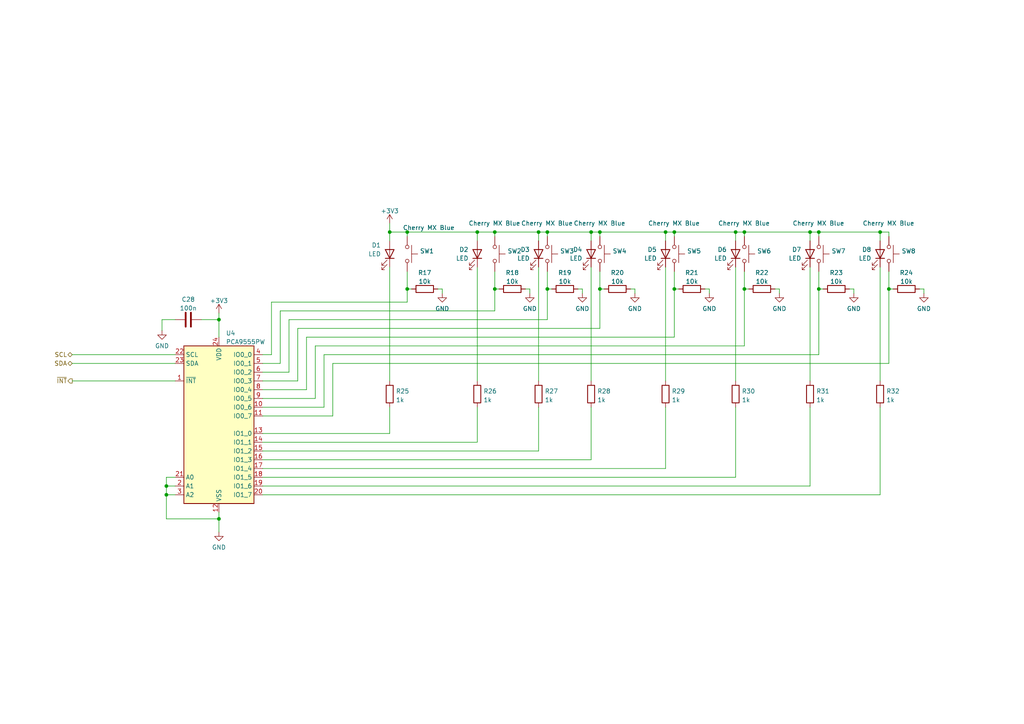
<source format=kicad_sch>
(kicad_sch (version 20211123) (generator eeschema)
  (paper "A4")
  (lib_symbols
    (symbol "Device:C" (pin_numbers hide) (pin_names (offset 0.254))
      (property "Reference" "C" (at 0.635 2.54 0))
      (property "Value" "C" (at 0.635 -2.54 0))
      (symbol "C_0_1"
        (polyline (pts (xy -2.032 -0.762) (xy 2.032 -0.762)) (stroke (width 0.508)))
        (polyline (pts (xy -2.032 0.762) (xy 2.032 0.762)) (stroke (width 0.508)))
      )
      (symbol "C_1_1"
        (pin passive line (at 0 3.81 270) (length 2.794) (name "~") (number "1"))
        (pin passive line (at 0 -3.81 90) (length 2.794) (name "~") (number "2"))
      )
    )
    (symbol "Device:LED" (pin_numbers hide) (pin_names (offset 1.016) hide)
      (property "Reference" "D" (at 0 2.54 0))
      (property "Value" "LED" (at 0 -2.54 0))
      (symbol "LED_0_1"
        (polyline (pts (xy -1.27 -1.27) (xy -1.27 1.27)) (stroke (width 0.254)))
        (polyline (pts (xy -1.27 0) (xy 1.27 0)))
        (polyline (pts (xy 1.27 -1.27) (xy 1.27 1.27) (xy -1.27 0) (xy 1.27 -1.27)) (stroke (width 0.254)))
        (polyline (pts (xy -3.048 -0.762) (xy -4.572 -2.286) (xy -3.81 -2.286) (xy -4.572 -2.286) (xy -4.572 -1.524)))
        (polyline (pts (xy -1.778 -0.762) (xy -3.302 -2.286) (xy -2.54 -2.286) (xy -3.302 -2.286) (xy -3.302 -1.524)))
      )
      (symbol "LED_1_1"
        (pin passive line (at -3.81 0 0) (length 2.54) (name "K") (number "1"))
        (pin passive line (at 3.81 0 180) (length 2.54) (name "A") (number "2"))
      )
    )
    (symbol "Device:R" (pin_numbers hide) (pin_names (offset 0))
      (property "Reference" "R" (at 2.032 0 90))
      (property "Value" "R" (at 0 0 90))
      (symbol "R_0_1"
        (rectangle (start -1.016 -2.54) (end 1.016 2.54) (stroke (width 0.254)))
      )
      (symbol "R_1_1"
        (pin passive line (at 0 3.81 270) (length 1.27) (name "~") (number "1"))
        (pin passive line (at 0 -3.81 90) (length 1.27) (name "~") (number "2"))
      )
    )
    (symbol "Interface_Expansion:PCA9555PW"
      (property "Reference" "U" (at -8.89 24.13 0))
      (property "Value" "PCA9555PW" (at 6.35 24.13 0))
      (symbol "PCA9555PW_0_1"
        (rectangle (start -10.16 22.86) (end 10.16 -22.86) (stroke (width 0.254)) (fill (type background)))
      )
      (symbol "PCA9555PW_1_1"
        (pin open_collector line (at -12.7 12.7 0) (length 2.54) (name "~{INT}") (number "1"))
        (pin bidirectional line (at 12.7 5.08 180) (length 2.54) (name "IO0_6") (number "10"))
        (pin bidirectional line (at 12.7 2.54 180) (length 2.54) (name "IO0_7") (number "11"))
        (pin power_in line (at 0 -25.4 90) (length 2.54) (name "VSS") (number "12"))
        (pin bidirectional line (at 12.7 -2.54 180) (length 2.54) (name "IO1_0") (number "13"))
        (pin bidirectional line (at 12.7 -5.08 180) (length 2.54) (name "IO1_1") (number "14"))
        (pin bidirectional line (at 12.7 -7.62 180) (length 2.54) (name "IO1_2") (number "15"))
        (pin bidirectional line (at 12.7 -10.16 180) (length 2.54) (name "IO1_3") (number "16"))
        (pin bidirectional line (at 12.7 -12.7 180) (length 2.54) (name "IO1_4") (number "17"))
        (pin bidirectional line (at 12.7 -15.24 180) (length 2.54) (name "IO1_5") (number "18"))
        (pin bidirectional line (at 12.7 -17.78 180) (length 2.54) (name "IO1_6") (number "19"))
        (pin input line (at -12.7 -17.78 0) (length 2.54) (name "A1") (number "2"))
        (pin bidirectional line (at 12.7 -20.32 180) (length 2.54) (name "IO1_7") (number "20"))
        (pin input line (at -12.7 -15.24 0) (length 2.54) (name "A0") (number "21"))
        (pin input line (at -12.7 20.32 0) (length 2.54) (name "SCL") (number "22"))
        (pin bidirectional line (at -12.7 17.78 0) (length 2.54) (name "SDA") (number "23"))
        (pin power_in line (at 0 25.4 270) (length 2.54) (name "VDD") (number "24"))
        (pin input line (at -12.7 -20.32 0) (length 2.54) (name "A2") (number "3"))
        (pin bidirectional line (at 12.7 20.32 180) (length 2.54) (name "IO0_0") (number "4"))
        (pin bidirectional line (at 12.7 17.78 180) (length 2.54) (name "IO0_1") (number "5"))
        (pin bidirectional line (at 12.7 15.24 180) (length 2.54) (name "IO0_2") (number "6"))
        (pin bidirectional line (at 12.7 12.7 180) (length 2.54) (name "IO0_3") (number "7"))
        (pin bidirectional line (at 12.7 10.16 180) (length 2.54) (name "IO0_4") (number "8"))
        (pin bidirectional line (at 12.7 7.62 180) (length 2.54) (name "IO0_5") (number "9"))
      )
    )
    (symbol "Switch:SW_Push" (pin_numbers hide) (pin_names (offset 1.016) hide)
      (property "Reference" "SW" (at 1.27 2.54 0))
      (property "Value" "SW_Push" (at 0 -1.524 0))
      (symbol "SW_Push_0_1"
        (circle (center -2.032 0) (radius 0.508))
        (polyline (pts (xy 0 1.27) (xy 0 3.048)))
        (polyline (pts (xy 2.54 1.27) (xy -2.54 1.27)))
        (circle (center 2.032 0) (radius 0.508))
        (pin passive line (at -5.08 0 0) (length 2.54) (name "1") (number "1"))
        (pin passive line (at 5.08 0 180) (length 2.54) (name "2") (number "2"))
      )
    )
    (symbol "power:+3V3" (power) (pin_names (offset 0))
      (property "Value" "+3V3" (at 0 3.556 0))
      (symbol "+3V3_0_1"
        (polyline (pts (xy -0.762 1.27) (xy 0 2.54)))
        (polyline (pts (xy 0 0) (xy 0 2.54)))
        (polyline (pts (xy 0 2.54) (xy 0.762 1.27)))
      )
      (symbol "+3V3_1_1"
        (pin power_in line (at 0 0 90) (length 0) hide (name "+3V3") (number "1"))
      )
    )
    (symbol "power:GND" (power) (pin_names (offset 0))
      (property "Value" "GND" (at 0 -3.81 0))
      (symbol "GND_0_1"
        (polyline (pts (xy 0 0) (xy 0 -1.27) (xy 1.27 -1.27) (xy 0 -2.54) (xy -1.27 -1.27) (xy 0 -1.27)))
      )
      (symbol "GND_1_1"
        (pin power_in line (at 0 0 270) (length 0) hide (name "GND") (number "1"))
      )
    )
  )
  (junction (at 255.27 67.31))
  (junction (at 156.21 67.31))
  (junction (at 195.58 83.82))
  (junction (at 193.04 67.31))
  (junction (at 48.26 143.51))
  (junction (at 143.51 83.82))
  (junction (at 143.51 67.31))
  (junction (at 118.11 83.82))
  (junction (at 237.49 67.31))
  (junction (at 257.81 83.82))
  (junction (at 158.75 67.31))
  (junction (at 63.5 92.71))
  (junction (at 171.45 67.31))
  (junction (at 118.11 67.31))
  (junction (at 215.9 67.31))
  (junction (at 173.99 83.82))
  (junction (at 195.58 67.31))
  (junction (at 234.95 67.31))
  (junction (at 213.36 67.31))
  (junction (at 158.75 83.82))
  (junction (at 173.99 67.31))
  (junction (at 215.9 83.82))
  (junction (at 113.03 67.31))
  (junction (at 63.5 150.495))
  (junction (at 237.49 83.82))
  (junction (at 48.26 140.97))
  (junction (at 138.43 67.31))
  (wire (pts (xy 215.9 100.33) (xy 215.9 83.82)))
  (wire (pts (xy 234.95 67.31) (xy 237.49 67.31)))
  (wire (pts (xy 86.36 95.25) (xy 173.99 95.25)))
  (wire (pts (xy 138.43 128.27) (xy 138.43 118.11)))
  (wire (pts (xy 171.45 67.31) (xy 173.99 67.31)))
  (wire (pts (xy 143.51 83.82) (xy 144.78 83.82)))
  (wire (pts (xy 226.06 83.82) (xy 226.06 85.09)))
  (wire (pts (xy 193.04 135.89) (xy 193.04 118.11)))
  (wire (pts (xy 118.11 87.63) (xy 118.11 83.82)))
  (wire (pts (xy 215.9 67.31) (xy 234.95 67.31)))
  (wire (pts (xy 76.2 138.43) (xy 213.36 138.43)))
  (wire (pts (xy 96.52 105.41) (xy 257.81 105.41)))
  (wire (pts (xy 20.955 102.87) (xy 50.8 102.87)))
  (wire (pts (xy 237.49 102.87) (xy 237.49 83.82)))
  (wire (pts (xy 50.8 138.43) (xy 48.26 138.43)))
  (wire (pts (xy 173.99 83.82) (xy 175.26 83.82)))
  (wire (pts (xy 173.99 68.58) (xy 173.99 67.31)))
  (wire (pts (xy 156.21 67.31) (xy 156.21 69.85)))
  (wire (pts (xy 158.75 78.74) (xy 158.75 83.82)))
  (wire (pts (xy 76.2 133.35) (xy 171.45 133.35)))
  (wire (pts (xy 182.88 83.82) (xy 184.15 83.82)))
  (wire (pts (xy 63.5 150.495) (xy 63.5 148.59)))
  (wire (pts (xy 257.81 68.58) (xy 257.81 67.31)))
  (wire (pts (xy 20.955 110.49) (xy 50.8 110.49)))
  (wire (pts (xy 237.49 83.82) (xy 238.76 83.82)))
  (wire (pts (xy 213.36 138.43) (xy 213.36 118.11)))
  (wire (pts (xy 193.04 67.31) (xy 193.04 69.85)))
  (wire (pts (xy 158.75 92.71) (xy 158.75 83.82)))
  (wire (pts (xy 138.43 77.47) (xy 138.43 110.49)))
  (wire (pts (xy 118.11 83.82) (xy 119.38 83.82)))
  (wire (pts (xy 193.04 77.47) (xy 193.04 110.49)))
  (wire (pts (xy 76.2 115.57) (xy 91.44 115.57)))
  (wire (pts (xy 83.82 92.71) (xy 158.75 92.71)))
  (wire (pts (xy 213.36 77.47) (xy 213.36 110.49)))
  (wire (pts (xy 153.67 83.82) (xy 153.67 85.09)))
  (wire (pts (xy 138.43 67.31) (xy 143.51 67.31)))
  (wire (pts (xy 48.26 143.51) (xy 50.8 143.51)))
  (wire (pts (xy 78.74 87.63) (xy 118.11 87.63)))
  (wire (pts (xy 63.5 150.495) (xy 63.5 154.305)))
  (wire (pts (xy 76.2 102.87) (xy 78.74 102.87)))
  (wire (pts (xy 96.52 120.65) (xy 76.2 120.65)))
  (wire (pts (xy 48.26 138.43) (xy 48.26 140.97)))
  (wire (pts (xy 76.2 113.03) (xy 88.9 113.03)))
  (wire (pts (xy 184.15 83.82) (xy 184.15 85.09)))
  (wire (pts (xy 113.03 67.31) (xy 118.11 67.31)))
  (wire (pts (xy 46.99 92.71) (xy 46.99 95.885)))
  (wire (pts (xy 76.2 118.11) (xy 93.98 118.11)))
  (wire (pts (xy 257.81 78.74) (xy 257.81 83.82)))
  (wire (pts (xy 247.65 83.82) (xy 247.65 85.09)))
  (wire (pts (xy 93.98 102.87) (xy 237.49 102.87)))
  (wire (pts (xy 58.42 92.71) (xy 63.5 92.71)))
  (wire (pts (xy 113.03 64.77) (xy 113.03 67.31)))
  (wire (pts (xy 76.2 125.73) (xy 113.03 125.73)))
  (wire (pts (xy 195.58 78.74) (xy 195.58 83.82)))
  (wire (pts (xy 76.2 130.81) (xy 156.21 130.81)))
  (wire (pts (xy 91.44 115.57) (xy 91.44 100.33)))
  (wire (pts (xy 88.9 97.79) (xy 195.58 97.79)))
  (wire (pts (xy 168.91 83.82) (xy 168.91 85.09)))
  (wire (pts (xy 234.95 118.11) (xy 234.95 140.97)))
  (wire (pts (xy 237.49 68.58) (xy 237.49 67.31)))
  (wire (pts (xy 195.58 67.31) (xy 213.36 67.31)))
  (wire (pts (xy 91.44 100.33) (xy 215.9 100.33)))
  (wire (pts (xy 204.47 83.82) (xy 205.74 83.82)))
  (wire (pts (xy 143.51 78.74) (xy 143.51 83.82)))
  (wire (pts (xy 76.2 128.27) (xy 138.43 128.27)))
  (wire (pts (xy 138.43 67.31) (xy 138.43 69.85)))
  (wire (pts (xy 76.2 135.89) (xy 193.04 135.89)))
  (wire (pts (xy 143.51 67.31) (xy 156.21 67.31)))
  (wire (pts (xy 195.58 97.79) (xy 195.58 83.82)))
  (wire (pts (xy 81.28 90.17) (xy 81.28 105.41)))
  (wire (pts (xy 257.81 83.82) (xy 259.08 83.82)))
  (wire (pts (xy 167.64 83.82) (xy 168.91 83.82)))
  (wire (pts (xy 81.28 105.41) (xy 76.2 105.41)))
  (wire (pts (xy 195.58 83.82) (xy 196.85 83.82)))
  (wire (pts (xy 255.27 143.51) (xy 255.27 118.11)))
  (wire (pts (xy 237.49 78.74) (xy 237.49 83.82)))
  (wire (pts (xy 113.03 67.31) (xy 113.03 69.85)))
  (wire (pts (xy 48.26 143.51) (xy 48.26 150.495)))
  (wire (pts (xy 50.8 92.71) (xy 46.99 92.71)))
  (wire (pts (xy 86.36 110.49) (xy 86.36 95.25)))
  (wire (pts (xy 237.49 67.31) (xy 255.27 67.31)))
  (wire (pts (xy 257.81 105.41) (xy 257.81 83.82)))
  (wire (pts (xy 171.45 77.47) (xy 171.45 110.49)))
  (wire (pts (xy 255.27 67.31) (xy 257.81 67.31)))
  (wire (pts (xy 213.36 67.31) (xy 215.9 67.31)))
  (wire (pts (xy 156.21 67.31) (xy 158.75 67.31)))
  (wire (pts (xy 63.5 97.79) (xy 63.5 92.71)))
  (wire (pts (xy 118.11 67.31) (xy 138.43 67.31)))
  (wire (pts (xy 173.99 78.74) (xy 173.99 83.82)))
  (wire (pts (xy 76.2 110.49) (xy 86.36 110.49)))
  (wire (pts (xy 48.26 140.97) (xy 50.8 140.97)))
  (wire (pts (xy 158.75 68.58) (xy 158.75 67.31)))
  (wire (pts (xy 173.99 67.31) (xy 193.04 67.31)))
  (wire (pts (xy 193.04 67.31) (xy 195.58 67.31)))
  (wire (pts (xy 76.2 140.97) (xy 234.95 140.97)))
  (wire (pts (xy 156.21 77.47) (xy 156.21 110.49)))
  (wire (pts (xy 113.03 118.11) (xy 113.03 125.73)))
  (wire (pts (xy 81.28 90.17) (xy 143.51 90.17)))
  (wire (pts (xy 246.38 83.82) (xy 247.65 83.82)))
  (wire (pts (xy 78.74 102.87) (xy 78.74 87.63)))
  (wire (pts (xy 255.27 67.31) (xy 255.27 69.85)))
  (wire (pts (xy 118.11 67.31) (xy 118.11 68.58)))
  (wire (pts (xy 156.21 118.11) (xy 156.21 130.81)))
  (wire (pts (xy 173.99 95.25) (xy 173.99 83.82)))
  (wire (pts (xy 20.955 105.41) (xy 50.8 105.41)))
  (wire (pts (xy 63.5 92.71) (xy 63.5 90.805)))
  (wire (pts (xy 143.51 90.17) (xy 143.51 83.82)))
  (wire (pts (xy 224.79 83.82) (xy 226.06 83.82)))
  (wire (pts (xy 255.27 77.47) (xy 255.27 110.49)))
  (wire (pts (xy 127 83.82) (xy 128.27 83.82)))
  (wire (pts (xy 195.58 68.58) (xy 195.58 67.31)))
  (wire (pts (xy 234.95 77.47) (xy 234.95 110.49)))
  (wire (pts (xy 113.03 77.47) (xy 113.03 110.49)))
  (wire (pts (xy 48.26 140.97) (xy 48.26 143.51)))
  (wire (pts (xy 128.27 83.82) (xy 128.27 85.09)))
  (wire (pts (xy 215.9 68.58) (xy 215.9 67.31)))
  (wire (pts (xy 118.11 78.74) (xy 118.11 83.82)))
  (wire (pts (xy 48.26 150.495) (xy 63.5 150.495)))
  (wire (pts (xy 267.97 83.82) (xy 267.97 85.09)))
  (wire (pts (xy 96.52 105.41) (xy 96.52 120.65)))
  (wire (pts (xy 266.7 83.82) (xy 267.97 83.82)))
  (wire (pts (xy 234.95 67.31) (xy 234.95 69.85)))
  (wire (pts (xy 215.9 78.74) (xy 215.9 83.82)))
  (wire (pts (xy 93.98 118.11) (xy 93.98 102.87)))
  (wire (pts (xy 76.2 143.51) (xy 255.27 143.51)))
  (wire (pts (xy 158.75 67.31) (xy 171.45 67.31)))
  (wire (pts (xy 76.2 107.95) (xy 83.82 107.95)))
  (wire (pts (xy 83.82 107.95) (xy 83.82 92.71)))
  (wire (pts (xy 171.45 133.35) (xy 171.45 118.11)))
  (wire (pts (xy 158.75 83.82) (xy 160.02 83.82)))
  (wire (pts (xy 152.4 83.82) (xy 153.67 83.82)))
  (wire (pts (xy 143.51 67.31) (xy 143.51 68.58)))
  (wire (pts (xy 88.9 97.79) (xy 88.9 113.03)))
  (wire (pts (xy 171.45 67.31) (xy 171.45 69.85)))
  (wire (pts (xy 205.74 83.82) (xy 205.74 85.09)))
  (wire (pts (xy 213.36 67.31) (xy 213.36 69.85)))
  (wire (pts (xy 215.9 83.82) (xy 217.17 83.82)))
  (hierarchical_label "SDA" (shape bidirectional) (at 20.955 105.41 180))
  (hierarchical_label "SCL" (shape bidirectional) (at 20.955 102.87 180))
  (hierarchical_label "~{INT}" (shape output) (at 20.955 110.49 180))
  (symbol (lib_id "Switch:SW_Push") (at 158.75 73.66 270) (unit 1)
    (property "Reference" "SW3" (at 162.433 72.8253 90) (effects (justify left)))
    (property "Value" "Cherry MX Blue" (at 151.13 64.77 90) (effects (justify left)))
    (property "Footprint" "Button_Switch_Keyboard:SW_Cherry_MX_1.00u_PCB" (effects hide))
  )
  (symbol (lib_id "power:GND") (at 267.97 85.09 0) (unit 1)
    (property "Reference" "#PWR053" (effects hide))
    (property "Value" "GND" (at 267.97 89.5334 0))
  )
  (symbol (lib_id "Device:R") (at 163.83 83.82 270) (unit 1)
    (property "Reference" "R19" (at 163.83 79.1042 90))
    (property "Value" "10k" (at 163.83 81.6411 90))
    (property "Footprint" "Resistor_SMD:R_0603_1608Metric" (effects hide))
  )
  (symbol (lib_id "power:GND") (at 63.5 154.305 0) (unit 1)
    (property "Reference" "#PWR056" (effects hide))
    (property "Value" "GND" (at 63.5 158.7484 0))
  )
  (symbol (lib_id "power:GND") (at 168.91 85.09 0) (unit 1)
    (property "Reference" "#PWR048" (effects hide))
    (property "Value" "GND" (at 168.91 89.5334 0))
  )
  (symbol (lib_id "Device:R") (at 234.95 114.3 0) (unit 1)
    (property "Reference" "R31" (at 236.728 113.4653 0) (effects (justify left)))
    (property "Value" "1k" (at 236.728 116.0022 0) (effects (justify left)))
    (property "Footprint" "Resistor_SMD:R_0603_1608Metric" (effects hide))
  )
  (symbol (lib_id "Device:R") (at 113.03 114.3 0) (unit 1)
    (property "Reference" "R25" (at 114.808 113.4653 0) (effects (justify left)))
    (property "Value" "1k" (at 114.808 116.0022 0) (effects (justify left)))
    (property "Footprint" "Resistor_SMD:R_0603_1608Metric" (effects hide))
  )
  (symbol (lib_id "Device:LED") (at 171.45 73.66 270) (mirror x) (unit 1)
    (property "Reference" "D4" (at 168.91 72.39 90) (effects (justify right)))
    (property "Value" "LED" (at 168.91 74.93 90) (effects (justify right)))
    (property "Footprint" "LED_SMD:LED_0603_1608Metric" (effects hide))
  )
  (symbol (lib_id "power:GND") (at 128.27 85.09 0) (unit 1)
    (property "Reference" "#PWR046" (effects hide))
    (property "Value" "GND" (at 128.27 89.5334 0))
  )
  (symbol (lib_id "Device:R") (at 179.07 83.82 270) (unit 1)
    (property "Reference" "R20" (at 179.07 79.1042 90))
    (property "Value" "10k" (at 179.07 81.6411 90))
    (property "Footprint" "Resistor_SMD:R_0603_1608Metric" (effects hide))
  )
  (symbol (lib_id "Device:LED") (at 255.27 73.66 270) (mirror x) (unit 1)
    (property "Reference" "D8" (at 252.73 72.39 90) (effects (justify right)))
    (property "Value" "LED" (at 252.73 74.93 90) (effects (justify right)))
    (property "Footprint" "LED_SMD:LED_0603_1608Metric" (effects hide))
  )
  (symbol (lib_id "Device:R") (at 262.89 83.82 270) (unit 1)
    (property "Reference" "R24" (at 262.89 79.1042 90))
    (property "Value" "10k" (at 262.89 81.6411 90))
    (property "Footprint" "Resistor_SMD:R_0603_1608Metric" (effects hide))
  )
  (symbol (lib_id "power:GND") (at 184.15 85.09 0) (unit 1)
    (property "Reference" "#PWR049" (effects hide))
    (property "Value" "GND" (at 184.15 89.5334 0))
  )
  (symbol (lib_id "Switch:SW_Push") (at 237.49 73.66 270) (unit 1)
    (property "Reference" "SW7" (at 241.173 72.8253 90) (effects (justify left)))
    (property "Value" "Cherry MX Blue" (at 229.87 64.77 90) (effects (justify left)))
    (property "Footprint" "Button_Switch_Keyboard:SW_Cherry_MX_1.00u_PCB" (effects hide))
  )
  (symbol (lib_id "Switch:SW_Push") (at 173.99 73.66 270) (unit 1)
    (property "Reference" "SW4" (at 177.673 72.8253 90) (effects (justify left)))
    (property "Value" "Cherry MX Blue" (at 166.37 64.77 90) (effects (justify left)))
    (property "Footprint" "Button_Switch_Keyboard:SW_Cherry_MX_1.00u_PCB" (effects hide))
  )
  (symbol (lib_id "power:GND") (at 247.65 85.09 0) (unit 1)
    (property "Reference" "#PWR052" (effects hide))
    (property "Value" "GND" (at 247.65 89.5334 0))
  )
  (symbol (lib_id "power:GND") (at 153.67 85.09 0) (unit 1)
    (property "Reference" "#PWR047" (effects hide))
    (property "Value" "GND" (at 153.67 89.5334 0))
  )
  (symbol (lib_id "Device:R") (at 255.27 114.3 0) (unit 1)
    (property "Reference" "R32" (at 257.048 113.4653 0) (effects (justify left)))
    (property "Value" "1k" (at 257.048 116.0022 0) (effects (justify left)))
    (property "Footprint" "Resistor_SMD:R_0603_1608Metric" (effects hide))
  )
  (symbol (lib_id "Device:LED") (at 193.04 73.66 270) (mirror x) (unit 1)
    (property "Reference" "D5" (at 190.5 72.39 90) (effects (justify right)))
    (property "Value" "LED" (at 190.5 74.93 90) (effects (justify right)))
    (property "Footprint" "LED_SMD:LED_0603_1608Metric" (effects hide))
  )
  (symbol (lib_id "power:+3V3") (at 63.5 90.805 0) (unit 1)
    (property "Reference" "#PWR054" (effects hide))
    (property "Value" "+3V3" (at 63.5 87.2292 0))
  )
  (symbol (lib_id "Device:LED") (at 138.43 73.66 270) (mirror x) (unit 1)
    (property "Reference" "D2" (at 135.89 72.39 90) (effects (justify right)))
    (property "Value" "LED" (at 135.89 74.93 90) (effects (justify right)))
    (property "Footprint" "LED_SMD:LED_0603_1608Metric" (effects hide))
  )
  (symbol (lib_id "Switch:SW_Push") (at 143.51 73.66 270) (unit 1)
    (property "Reference" "SW2" (at 147.193 72.8253 90) (effects (justify left)))
    (property "Value" "Cherry MX Blue" (at 135.89 64.77 90) (effects (justify left)))
    (property "Footprint" "Button_Switch_Keyboard:SW_Cherry_MX_1.00u_PCB" (effects hide))
  )
  (symbol (lib_id "power:GND") (at 226.06 85.09 0) (unit 1)
    (property "Reference" "#PWR051" (effects hide))
    (property "Value" "GND" (at 226.06 89.5334 0))
  )
  (symbol (lib_id "Device:LED") (at 234.95 73.66 270) (mirror x) (unit 1)
    (property "Reference" "D7" (at 232.41 72.39 90) (effects (justify right)))
    (property "Value" "LED" (at 232.41 74.93 90) (effects (justify right)))
    (property "Footprint" "LED_SMD:LED_0603_1608Metric" (effects hide))
  )
  (symbol (lib_id "Device:R") (at 213.36 114.3 0) (unit 1)
    (property "Reference" "R30" (at 215.138 113.4653 0) (effects (justify left)))
    (property "Value" "1k" (at 215.138 116.0022 0) (effects (justify left)))
    (property "Footprint" "Resistor_SMD:R_0603_1608Metric" (effects hide))
  )
  (symbol (lib_id "Device:R") (at 148.59 83.82 270) (unit 1)
    (property "Reference" "R18" (at 148.59 79.1042 90))
    (property "Value" "10k" (at 148.59 81.6411 90))
    (property "Footprint" "Resistor_SMD:R_0603_1608Metric" (effects hide))
  )
  (symbol (lib_id "Device:R") (at 200.66 83.82 270) (unit 1)
    (property "Reference" "R21" (at 200.66 79.1042 90))
    (property "Value" "10k" (at 200.66 81.6411 90))
    (property "Footprint" "Resistor_SMD:R_0603_1608Metric" (effects hide))
  )
  (symbol (lib_id "Device:R") (at 220.98 83.82 270) (unit 1)
    (property "Reference" "R22" (at 220.98 79.1042 90))
    (property "Value" "10k" (at 220.98 81.6411 90))
    (property "Footprint" "Resistor_SMD:R_0603_1608Metric" (effects hide))
  )
  (symbol (lib_id "Switch:SW_Push") (at 195.58 73.66 270) (unit 1)
    (property "Reference" "SW5" (at 199.263 72.8253 90) (effects (justify left)))
    (property "Value" "Cherry MX Blue" (at 187.96 64.77 90) (effects (justify left)))
    (property "Footprint" "Button_Switch_Keyboard:SW_Cherry_MX_1.00u_PCB" (effects hide))
  )
  (symbol (lib_id "Device:LED") (at 113.03 73.66 270) (mirror x) (unit 1)
    (property "Reference" "D1" (at 110.49 71.12 90) (effects (justify right)))
    (property "Value" "LED" (at 110.49 73.66 90) (effects (justify right)))
    (property "Footprint" "LED_SMD:LED_0603_1608Metric" (effects hide))
  )
  (symbol (lib_id "Switch:SW_Push") (at 257.81 73.66 270) (unit 1)
    (property "Reference" "SW8" (at 261.493 72.8253 90) (effects (justify left)))
    (property "Value" "Cherry MX Blue" (at 250.19 64.77 90) (effects (justify left)))
    (property "Footprint" "Button_Switch_Keyboard:SW_Cherry_MX_1.00u_PCB" (effects hide))
  )
  (symbol (lib_id "power:GND") (at 46.99 95.885 0) (unit 1)
    (property "Reference" "#PWR055" (effects hide))
    (property "Value" "GND" (at 46.99 100.3284 0))
  )
  (symbol (lib_id "Device:LED") (at 156.21 73.66 270) (mirror x) (unit 1)
    (property "Reference" "D3" (at 153.67 72.39 90) (effects (justify right)))
    (property "Value" "LED" (at 153.67 74.93 90) (effects (justify right)))
    (property "Footprint" "LED_SMD:LED_0603_1608Metric" (effects hide))
  )
  (symbol (lib_id "Device:LED") (at 213.36 73.66 270) (mirror x) (unit 1)
    (property "Reference" "D6" (at 210.82 72.39 90) (effects (justify right)))
    (property "Value" "LED" (at 210.82 74.93 90) (effects (justify right)))
    (property "Footprint" "LED_SMD:LED_0603_1608Metric" (effects hide))
  )
  (symbol (lib_id "Device:R") (at 242.57 83.82 270) (unit 1)
    (property "Reference" "R23" (at 242.57 79.1042 90))
    (property "Value" "10k" (at 242.57 81.6411 90))
    (property "Footprint" "Resistor_SMD:R_0603_1608Metric" (effects hide))
  )
  (symbol (lib_id "Device:R") (at 193.04 114.3 0) (unit 1)
    (property "Reference" "R29" (at 194.818 113.4653 0) (effects (justify left)))
    (property "Value" "1k" (at 194.818 116.0022 0) (effects (justify left)))
    (property "Footprint" "Resistor_SMD:R_0603_1608Metric" (effects hide))
  )
  (symbol (lib_id "Switch:SW_Push") (at 118.11 73.66 270) (unit 1)
    (property "Reference" "SW1" (at 121.793 72.8253 90) (effects (justify left)))
    (property "Value" "Cherry MX Blue" (at 116.84 66.04 90) (effects (justify left)))
    (property "Footprint" "Button_Switch_Keyboard:SW_Cherry_MX_1.00u_PCB" (effects hide))
  )
  (symbol (lib_id "Interface_Expansion:PCA9555PW") (at 63.5 123.19 0) (unit 1)
    (property "Reference" "U4" (at 65.5194 96.6302 0) (effects (justify left)))
    (property "Value" "PCA9555PW" (at 65.5194 99.1671 0) (effects (justify left)))
    (property "Footprint" "Package_SO:TSSOP-24_4.4x7.8mm_P0.65mm" (effects hide))
    (property "Datasheet" "https://www.nxp.com/docs/en/data-sheet/PCA9555.pdf" (effects hide))
  )
  (symbol (lib_id "Device:R") (at 138.43 114.3 0) (unit 1)
    (property "Reference" "R26" (at 140.208 113.4653 0) (effects (justify left)))
    (property "Value" "1k" (at 140.208 116.0022 0) (effects (justify left)))
    (property "Footprint" "Resistor_SMD:R_0603_1608Metric" (effects hide))
  )
  (symbol (lib_id "Device:R") (at 156.21 114.3 0) (unit 1)
    (property "Reference" "R27" (at 157.988 113.4653 0) (effects (justify left)))
    (property "Value" "1k" (at 157.988 116.0022 0) (effects (justify left)))
    (property "Footprint" "Resistor_SMD:R_0603_1608Metric" (effects hide))
  )
  (symbol (lib_id "power:GND") (at 205.74 85.09 0) (unit 1)
    (property "Reference" "#PWR050" (effects hide))
    (property "Value" "GND" (at 205.74 89.5334 0))
  )
  (symbol (lib_id "Switch:SW_Push") (at 215.9 73.66 270) (unit 1)
    (property "Reference" "SW6" (at 219.583 72.8253 90) (effects (justify left)))
    (property "Value" "Cherry MX Blue" (at 208.28 64.77 90) (effects (justify left)))
    (property "Footprint" "Button_Switch_Keyboard:SW_Cherry_MX_1.00u_PCB" (effects hide))
  )
  (symbol (lib_id "power:+3V3") (at 113.03 64.77 0) (unit 1)
    (property "Reference" "#PWR045" (effects hide))
    (property "Value" "+3V3" (at 113.03 61.1942 0))
  )
  (symbol (lib_id "Device:R") (at 123.19 83.82 270) (unit 1)
    (property "Reference" "R17" (at 123.19 79.1042 90))
    (property "Value" "10k" (at 123.19 81.6411 90))
    (property "Footprint" "Resistor_SMD:R_0603_1608Metric" (effects hide))
  )
  (symbol (lib_id "Device:C") (at 54.61 92.71 90) (unit 1)
    (property "Reference" "C28" (at 54.61 86.8512 90))
    (property "Value" "100n" (at 54.61 89.3881 90))
    (property "Footprint" "Capacitor_SMD:C_0603_1608Metric" (effects hide))
  )
  (symbol (lib_id "Device:R") (at 171.45 114.3 0) (unit 1)
    (property "Reference" "R28" (at 173.228 113.4653 0) (effects (justify left)))
    (property "Value" "1k" (at 173.228 116.0022 0) (effects (justify left)))
    (property "Footprint" "Resistor_SMD:R_0603_1608Metric" (effects hide))
  )
)
</source>
